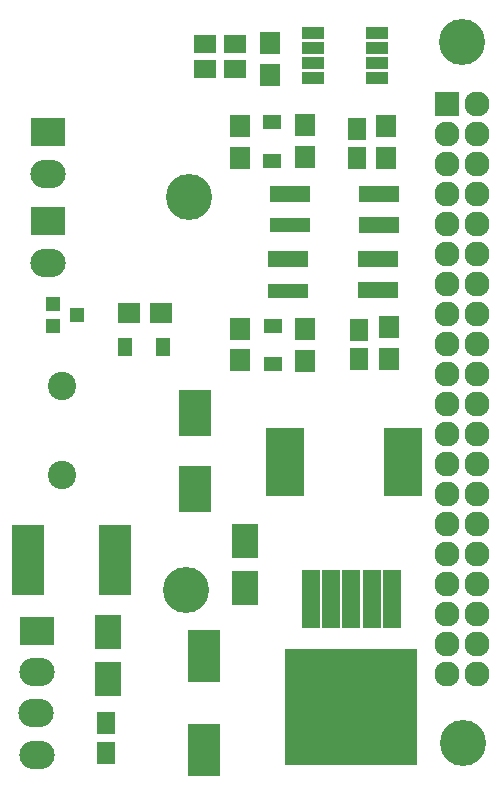
<source format=gbr>
G04 #@! TF.FileFunction,Soldermask,Top*
%FSLAX46Y46*%
G04 Gerber Fmt 4.6, Leading zero omitted, Abs format (unit mm)*
G04 Created by KiCad (PCBNEW 4.0.2-stable) date 7/5/2016 1:27:44 AM*
%MOMM*%
G01*
G04 APERTURE LIST*
%ADD10C,0.100000*%
%ADD11C,3.900000*%
%ADD12R,1.900000X1.650000*%
%ADD13R,1.650000X1.900000*%
%ADD14R,2.800300X4.400500*%
%ADD15R,2.800300X3.900120*%
%ADD16R,1.620000X1.310000*%
%ADD17R,2.200860X2.899360*%
%ADD18R,1.310000X1.620000*%
%ADD19R,2.700000X6.000000*%
%ADD20R,3.300680X5.800040*%
%ADD21R,3.000000X2.400000*%
%ADD22O,3.000000X2.400000*%
%ADD23R,2.127200X2.127200*%
%ADD24O,2.127200X2.127200*%
%ADD25R,1.200100X1.200100*%
%ADD26R,1.700000X1.900000*%
%ADD27R,1.900000X1.700000*%
%ADD28R,1.950000X1.000000*%
%ADD29R,3.400000X1.299160*%
%ADD30R,3.400000X1.400760*%
%ADD31R,1.500000X5.000000*%
%ADD32R,11.200000X9.800000*%
%ADD33C,2.400000*%
G04 APERTURE END LIST*
D10*
D11*
X121671080Y-90545920D03*
X121945400Y-57302400D03*
X145100040Y-103515160D03*
D12*
X123316680Y-46431200D03*
X125816680Y-46431200D03*
X125786200Y-44343320D03*
X123286200Y-44343320D03*
D13*
X136138920Y-53995320D03*
X136138920Y-51495320D03*
D14*
X123225560Y-96098360D03*
X123225560Y-104099360D03*
D13*
X114929920Y-101807960D03*
X114929920Y-104307960D03*
D15*
X122407680Y-75529440D03*
X122407680Y-82031840D03*
D13*
X136352280Y-68508560D03*
X136352280Y-71008560D03*
D16*
X128986280Y-50953160D03*
X128986280Y-54223160D03*
D17*
X115067080Y-98102420D03*
X115067080Y-94104460D03*
D16*
X129032000Y-71424040D03*
X129032000Y-68154040D03*
D17*
X126685040Y-86393020D03*
X126685040Y-90390980D03*
D18*
X119739920Y-70012560D03*
X116469920Y-70012560D03*
D19*
X108288600Y-87985600D03*
X115688600Y-87985600D03*
D20*
X130083560Y-79700120D03*
X140086080Y-79700120D03*
D21*
X109992160Y-51811040D03*
D22*
X109992160Y-55311040D03*
D21*
X110027720Y-59334400D03*
D22*
X110027720Y-62834400D03*
D23*
X143789400Y-49428400D03*
D24*
X146329400Y-49428400D03*
X143789400Y-51968400D03*
X146329400Y-51968400D03*
X143789400Y-54508400D03*
X146329400Y-54508400D03*
X143789400Y-57048400D03*
X146329400Y-57048400D03*
X143789400Y-59588400D03*
X146329400Y-59588400D03*
X143789400Y-62128400D03*
X146329400Y-62128400D03*
X143789400Y-64668400D03*
X146329400Y-64668400D03*
X143789400Y-67208400D03*
X146329400Y-67208400D03*
X143789400Y-69748400D03*
X146329400Y-69748400D03*
X143789400Y-72288400D03*
X146329400Y-72288400D03*
X143789400Y-74828400D03*
X146329400Y-74828400D03*
X143789400Y-77368400D03*
X146329400Y-77368400D03*
X143789400Y-79908400D03*
X146329400Y-79908400D03*
X143789400Y-82448400D03*
X146329400Y-82448400D03*
X143789400Y-84988400D03*
X146329400Y-84988400D03*
X143789400Y-87528400D03*
X146329400Y-87528400D03*
X143789400Y-90068400D03*
X146329400Y-90068400D03*
X143789400Y-92608400D03*
X146329400Y-92608400D03*
X143789400Y-95148400D03*
X146329400Y-95148400D03*
X143789400Y-97688400D03*
X146329400Y-97688400D03*
D25*
X110418880Y-66299040D03*
X110418880Y-68199040D03*
X112417860Y-67249040D03*
D26*
X126283720Y-51287680D03*
X126283720Y-53987680D03*
X131775200Y-53908960D03*
X131775200Y-51208960D03*
X128803400Y-46912520D03*
X128803400Y-44212520D03*
X138597640Y-53939440D03*
X138597640Y-51239440D03*
X126268480Y-68408560D03*
X126268480Y-71108560D03*
D27*
X116866680Y-67086480D03*
X119566680Y-67086480D03*
D26*
X131770120Y-68423800D03*
X131770120Y-71123800D03*
X138841480Y-68312040D03*
X138841480Y-71012040D03*
D28*
X137853400Y-47213520D03*
X137853400Y-45943520D03*
X137853400Y-44673520D03*
X137853400Y-43403520D03*
X132453400Y-43403520D03*
X132453400Y-44673520D03*
X132453400Y-45943520D03*
X132453400Y-47213520D03*
D29*
X130454400Y-59682380D03*
D30*
X130454400Y-57033160D03*
X138054080Y-57033160D03*
X138054080Y-59634120D03*
D31*
X132283520Y-91292680D03*
X133983520Y-91292680D03*
X137383520Y-91292680D03*
D32*
X135683520Y-100442680D03*
D31*
X135683520Y-91292680D03*
X139083520Y-91292680D03*
D29*
X130342640Y-65204340D03*
D30*
X130342640Y-62555120D03*
X137942320Y-62555120D03*
X137942320Y-65156080D03*
D21*
X109052200Y-93990280D03*
D22*
X109042200Y-97490280D03*
X108972200Y-100990280D03*
X109052200Y-104490280D03*
D11*
X145054320Y-44119800D03*
D33*
X111160560Y-80848200D03*
X111160560Y-73248520D03*
M02*

</source>
